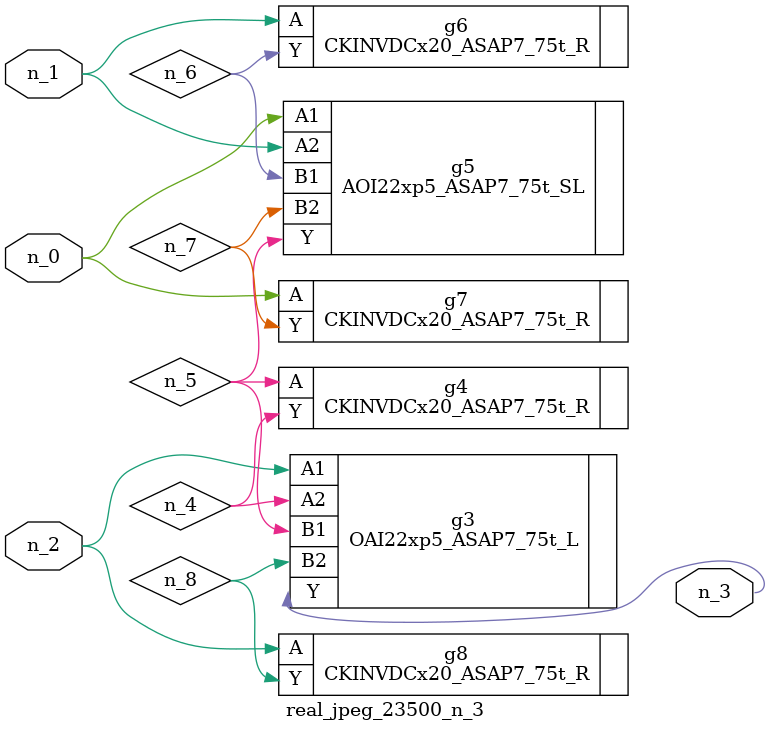
<source format=v>
module real_jpeg_23500_n_3 (n_1, n_0, n_2, n_3);

input n_1;
input n_0;
input n_2;

output n_3;

wire n_5;
wire n_4;
wire n_8;
wire n_6;
wire n_7;

AOI22xp5_ASAP7_75t_SL g5 ( 
.A1(n_0),
.A2(n_1),
.B1(n_6),
.B2(n_7),
.Y(n_5)
);

CKINVDCx20_ASAP7_75t_R g7 ( 
.A(n_0),
.Y(n_7)
);

CKINVDCx20_ASAP7_75t_R g6 ( 
.A(n_1),
.Y(n_6)
);

OAI22xp5_ASAP7_75t_L g3 ( 
.A1(n_2),
.A2(n_4),
.B1(n_5),
.B2(n_8),
.Y(n_3)
);

CKINVDCx20_ASAP7_75t_R g8 ( 
.A(n_2),
.Y(n_8)
);

CKINVDCx20_ASAP7_75t_R g4 ( 
.A(n_5),
.Y(n_4)
);


endmodule
</source>
